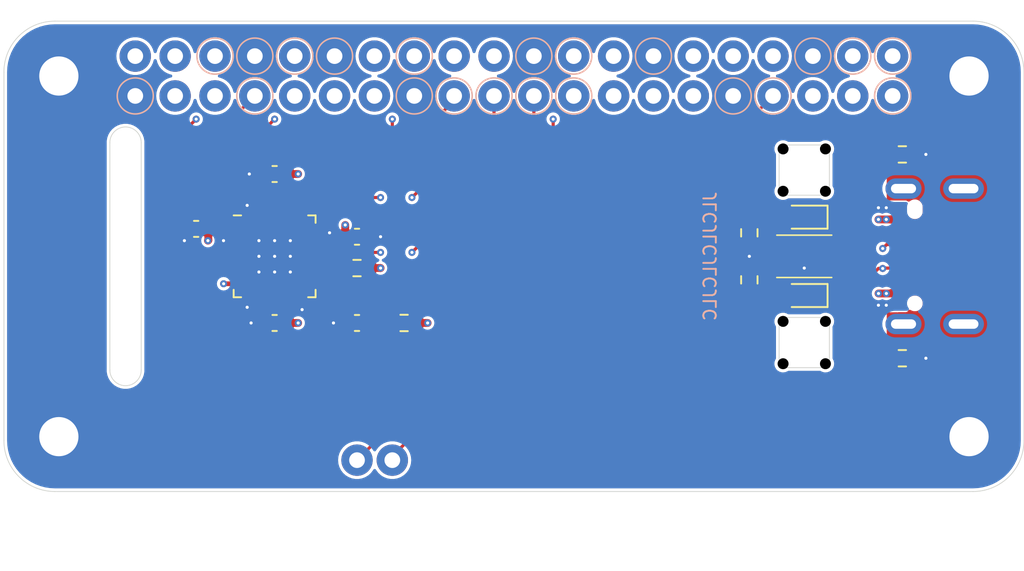
<source format=kicad_pcb>
(kicad_pcb (version 20240108) (generator "pcbnew") (generator_version "8.0")
  (title_block (date "2023-12-25") (rev "2"))
  (layers (0 "F.Cu" signal "Front") (1 "In1.Cu" power) (2 "In2.Cu" power) (31 "B.Cu" signal "Back") (35 "F.Paste" user) (36 "B.SilkS" user "B.Silkscreen") (37 "F.SilkS" user "F.Silkscreen") (38 "B.Mask" user) (39 "F.Mask" user) (44 "Edge.Cuts" user))
  (property "Order-Number" "JLCJLCJLCJLC")
  (net 0 "")
  (net 1 "GND")
  (net 2 "/USB+")
  (net 3 "/USB-")
  (net 4 "+5V")
  (net 5 "/USB-CC1")
  (net 7 "/USB-CC2")
  (net 9 "Earth")
  (net 10 "Net-(D101-K)")
  (net 11 "/LED1")
  (net 12 "Net-(D102-K)")
  (net 13 "/Button")
  (net 14 "+3.3V")
  (net 15 "/Reset")
  (net 16 "/IRQ")
  (net 17 "/MOSI")
  (net 18 "/MISO")
  (net 19 "/SCLK")
  (net 20 "/CS")
  (net 51 "/LED2")
  (footprint "Resistor_SMD:R_0603_1608Metric" (layer "F.Cu") (at 142.5 104.25)
    (property "Reference" "R105" (hide yes))
    (property "Value" "5K1" (hide yes))
    (fp_line (start -0.237258 -0.5225) (end 0.237258 -0.5225) (stroke (width 0.12)) (layer "F.SilkS"))
    (fp_line (start -0.237258 0.5225) (end 0.237258 0.5225) (stroke (width 0.12)) (layer "F.SilkS"))
    (pad "1" smd roundrect (at -0.825 0) (size 0.8 0.95) (layers "F.Cu" "F.Paste" "F.Mask") (net 15 "/Reset"))
    (pad "2" smd roundrect (at 0.825 0) (size 0.8 0.95) (layers "F.Cu" "F.Paste" "F.Mask") (net 14 "+3.3V"))
  )
  (footprint "Capacitor_SMD:C_0603_1608Metric" (layer "F.Cu") (at 134.25 94.75 180)
    (property "Reference" "C104" (hide yes))
    (property "Value" "10u" (hide yes))
    (fp_line (start -0.14058 0.51) (end 0.14058 0.51) (stroke (width 0.12)) (layer "F.SilkS"))
    (fp_line (start -0.14058 -0.51) (end 0.14058 -0.51) (stroke (width 0.12)) (layer "F.SilkS"))
    (pad "1" smd roundrect (at -0.775 0 180) (size 0.9 0.95) (layers "F.Cu" "F.Paste" "F.Mask") (net 14 "+3.3V"))
    (pad "2" smd roundrect (at 0.775 0 180) (size 0.9 0.95) (layers "F.Cu" "F.Paste" "F.Mask") (net 1 "GND"))
  )
  (footprint "V2_RaspberryPi:Zero" (layer "F.Cu") (at 117 115)
    (property "Reference" "H105" (hide yes))
    (property "Value" "Zero" (hide yes))
    (fp_line (start 0 -26.75) (end 0 -3.25) (stroke (width 0.05)) (layer "Edge.Cuts"))
    (fp_line (start 3.25 -30) (end 61.75 -30) (stroke (width 0.05)) (layer "Edge.Cuts"))
    (fp_line (start 3.25 0) (end 61.75 0) (stroke (width 0.05)) (layer "Edge.Cuts"))
    (fp_line (start 65 -26.75) (end 65 -3.25) (stroke (width 0.05)) (layer "Edge.Cuts"))
    (fp_arc (start 0 -26.75) (mid 0.951903 -29.048097) (end 3.25 -30) (stroke (width 0.05)) (layer "Edge.Cuts"))
    (fp_arc (start 3.25 0) (mid 0.951903 -0.951903) (end 0 -3.25) (stroke (width 0.05)) (layer "Edge.Cuts"))
    (fp_arc (start 61.75 -30) (mid 64.048097 -29.048097) (end 65 -26.75) (stroke (width 0.05)) (layer "Edge.Cuts"))
    (fp_arc (start 65 -3.25) (mid 64.048097 -0.951903) (end 61.75 0) (stroke (width 0.05)) (layer "Edge.Cuts"))
  )
  (footprint "V2_Connector_PogoPin:Pin_2mm" (layer "F.Cu") (at 141.75 113)
    (property "Reference" "J103" (hide yes))
    (property "Value" "Pin_2mm" (hide yes))
    (pad "1" thru_hole circle (at 0 0 90) (size 2 2) (drill 1) (layers "*.Cu" "*.Mask") (net 3 "/USB-"))
  )
  (footprint "Capacitor_SMD:C_0603_1608Metric" (layer "F.Cu") (at 129.25 98.25 180)
    (property "Reference" "C102" (hide yes))
    (property "Value" "0u1" (hide yes))
    (fp_line (start -0.14058 0.51) (end 0.14058 0.51) (stroke (width 0.12)) (layer "F.SilkS"))
    (fp_line (start -0.14058 -0.51) (end 0.14058 -0.51) (stroke (width 0.12)) (layer "F.SilkS"))
    (pad "1" smd roundrect (at -0.775 0 180) (size 0.9 0.95) (layers "F.Cu" "F.Paste" "F.Mask") (net 14 "+3.3V"))
    (pad "2" smd roundrect (at 0.775 0 180) (size 0.9 0.95) (layers "F.Cu" "F.Paste" "F.Mask") (net 1 "GND"))
  )
  (footprint "V2_Mechanical:MountingHole_2.5mm_PadTop_5mm" (layer "F.Cu") (at 120.5 88.5 180)
    (property "Reference" "H101" (hide yes))
    (property "Value" "MountingHole_2.5mm_PadTop_5mm" (hide yes))
    (pad "1" thru_hole custom (at 0 0 180) (size 2.8 2.8) (drill 2.5) (layers "*.Cu" "*.Mask") (net 1 "GND") (options (clearance outline) (anchor circle)) (primitives (gr_bbox (start -0.75 -0.75) (end 0.75 0.75) (fill no))))
    (pad "1" smd custom (at 0 0 180) (size 5 5) (layers "F.Cu" "F.Mask") (net 1 "GND") (options (clearance outline) (anchor circle)) (primitives (gr_bbox (start -0.75 -0.75) (end 0.75 0.75) (fill no))))
  )
  (footprint "Capacitor_SMD:C_0603_1608Metric" (layer "F.Cu") (at 139.5 104.25 180)
    (property "Reference" "C103" (hide yes))
    (property "Value" "0u1" (hide yes))
    (fp_line (start -0.14058 0.51) (end 0.14058 0.51) (stroke (width 0.12)) (layer "F.SilkS"))
    (fp_line (start -0.14058 -0.51) (end 0.14058 -0.51) (stroke (width 0.12)) (layer "F.SilkS"))
    (pad "1" smd roundrect (at -0.775 0 180) (size 0.9 0.95) (layers "F.Cu" "F.Paste" "F.Mask") (net 15 "/Reset"))
    (pad "2" smd roundrect (at 0.775 0 180) (size 0.9 0.95) (layers "F.Cu" "F.Paste" "F.Mask") (net 1 "GND"))
  )
  (footprint "V2_Artwork:Logo_Small" (layer "F.Cu") (at 120.5 100 90)
    (property "Reference" "ICON101" (hide yes))
    (property "Value" "V2-logo" (hide yes))
    (fp_poly (pts (xy 1.91 1.7195) (xy -2.1005 1.7195) (xy -2.1005 0.0585) (xy -1.773 0.0585) (xy -1.773 1.392) (xy 1.5825 1.392) (xy 1.5825 -1.4555) (xy -2.1005 -1.4555) (xy -2.1005 -1.783) (xy 1.91 -1.783)) (fill solid) (layer "F.Cu"))
    (fp_poly (pts (xy -1.617677 -1.221322) (xy -1.084635 0.601822) (xy -1.059048 0.604213) (xy -0.526231 -1.218162) (xy -0.494416 -1.314387) (xy -0.190339 -1.314387) (xy -0.085353 -1.31286) (xy -0.918222 1.270316) (xy -1.019731 1.273487) (xy -1.223737 1.273487) (xy -2.056569 -1.309583) (xy -1.95594 -1.314387) (xy -1.651908 -1.314387)) (fill solid) (layer "F.Cu"))
    (fp_poly (pts (xy 0.862421 -1.32688) (xy 0.960344 -1.303887) (xy 1.053932 -1.266924) (xy 1.140943 -1.216397) (xy 1.219701 -1.153847) (xy 1.289786 -1.081749) (xy 1.350542 -1.001625) (xy 1.399768 -0.913898) (xy 1.435918 -0.820016) (xy 1.458468 -0.722) (xy 1.467956 -0.621911) (xy 1.465544 -0.521418) (xy 1.450928 -0.421932) (xy 1.422941 -0.325314) (xy 1.381219 -0.233761) (xy 1.32667 -0.149382) (xy 0.531352 0.87181) (xy 0.569453 0.895459) (xy 1.36796 0.895459) (xy 1.468453 0.900054) (xy 1.468453 1.206089) (xy 1.430088 1.273471) (xy 0.0225 1.273487) (xy 0.0225 0.967661) (xy 0.055771 0.877369) (xy 0.979104 -0.30523) (xy 1.038253 -0.385132) (xy 1.080844 -0.473929) (xy 1.098164 -0.570885) (xy 1.091767 -0.669077) (xy 1.059415 -0.761986) (xy 1.005396 -0.844371) (xy 0.93265 -0.91011) (xy 0.842392 -0.947991) (xy 0.744555 -0.957379) (xy 0.647511 -0.941672) (xy 0.558941 -0.899254) (xy 0.485254 -0.834228) (xy 0.432401 -0.751364) (xy 0.402317 -0.656406) (xy 0.361353 -0.584278) (xy 0.055147 -0.584278) (xy 0.02538 -0.657535) (xy 0.039764 -0.758101) (xy 0.066781 -0.854983) (xy 0.107035 -0.947172) (xy 0.159906 -1.032748) (xy 0.223839 -1.110347) (xy 0.296655 -1.179682) (xy 0.377971 -1.238903) (xy 0.467163 -1.285515) (xy 0.562602 -1.317508) (xy 0.661819 -1.334283) (xy 0.76236 -1.336756)) (fill solid) (layer "F.Cu"))
    (zone (net 0) (net_name "") (layer "F.Cu") (connect_pads (clearance 0)) (min_thickness 0.254)
      (keepout (tracks not_allowed) (vias not_allowed) (pads not_allowed) (copperpour not_allowed) (footprints allowed))
      (fill (thermal_gap 0.508) (thermal_bridge_width 0.508))
      (polygon (pts (xy 122.3415 102.2225) (xy 122.3415 97.968) (xy 118.595 97.968) (xy 118.595 102.2225) (xy 119.13475 102.2225) (xy 120.4365 101.79705) (xy 120.4365 102.2225)))
    )
  )
  (footprint "Resistor_SMD:R_0603_1608Metric" (layer "F.Cu") (at 174.25 93.5)
    (property "Reference" "R102" (hide yes))
    (property "Value" "5k1" (hide yes))
    (fp_line (start -0.237258 -0.5225) (end 0.237258 -0.5225) (stroke (width 0.12)) (layer "F.SilkS"))
    (fp_line (start -0.237258 0.5225) (end 0.237258 0.5225) (stroke (width 0.12)) (layer "F.SilkS"))
    (pad "1" smd roundrect (at -0.825 0) (size 0.8 0.95) (layers "F.Cu" "F.Paste" "F.Mask") (net 7 "/USB-CC2"))
    (pad "2" smd roundrect (at 0.825 0) (size 0.8 0.95) (layers "F.Cu" "F.Paste" "F.Mask") (net 1 "GND"))
  )
  (footprint "V2_Package_DFN_QFN:QFN-32-1EP_5x5mm_P0.5mm_EP3.6x3.6mm_ThermalVias" (layer "F.Cu") (at 134.25 100)
    (property "Reference" "U101" (hide yes))
    (property "Value" "TPM_Infineon_SLB9670" (hide yes))
    (fp_line (start -2.61 2.61) (end -2.61 2.135) (stroke (width 0.12)) (layer "F.SilkS"))
    (fp_line (start -2.135 -2.61) (end -2.61 -2.61) (stroke (width 0.12)) (layer "F.SilkS"))
    (fp_line (start -2.135 2.61) (end -2.61 2.61) (stroke (width 0.12)) (layer "F.SilkS"))
    (fp_line (start 2.135 -2.61) (end 2.61 -2.61) (stroke (width 0.12)) (layer "F.SilkS"))
    (fp_line (start 2.135 2.61) (end 2.61 2.61) (stroke (width 0.12)) (layer "F.SilkS"))
    (fp_line (start 2.61 -2.61) (end 2.61 -2.135) (stroke (width 0.12)) (layer "F.SilkS"))
    (fp_line (start 2.61 2.61) (end 2.61 2.135) (stroke (width 0.12)) (layer "F.SilkS"))
    (pad "1" smd roundrect (at -2.45 -1.75) (size 0.8 0.25) (layers "F.Cu" "F.Paste" "F.Mask") (net 14 "+3.3V"))
    (pad "2" smd roundrect (at -2.45 -1.25) (size 0.8 0.25) (layers "F.Cu" "F.Paste" "F.Mask") (net 1 "GND"))
    (pad "3" smd roundrect (at -2.45 -0.75) (size 0.8 0.25) (layers "F.Cu" "F.Paste" "F.Mask"))
    (pad "4" smd roundrect (at -2.45 -0.25) (size 0.8 0.25) (layers "F.Cu" "F.Paste" "F.Mask"))
    (pad "5" smd roundrect (at -2.45 0.25) (size 0.8 0.25) (layers "F.Cu" "F.Paste" "F.Mask"))
    (pad "6" smd roundrect (at -2.45 0.75) (size 0.8 0.25) (layers "F.Cu" "F.Paste" "F.Mask"))
    (pad "7" smd roundrect (at -2.45 1.25) (size 0.8 0.25) (layers "F.Cu" "F.Paste" "F.Mask"))
    (pad "8" smd roundrect (at -2.45 1.75) (size 0.8 0.25) (layers "F.Cu" "F.Paste" "F.Mask") (net 14 "+3.3V"))
    (pad "9" smd roundrect (at -1.75 2.45) (size 0.25 0.8) (layers "F.Cu" "F.Paste" "F.Mask") (net 1 "GND"))
    (pad "10" smd roundrect (at -1.25 2.45) (size 0.25 0.8) (layers "F.Cu" "F.Paste" "F.Mask"))
    (pad "11" smd roundrect (at -0.75 2.45) (size 0.25 0.8) (layers "F.Cu" "F.Paste" "F.Mask"))
    (pad "12" smd roundrect (at -0.25 2.45) (size 0.25 0.8) (layers "F.Cu" "F.Paste" "F.Mask"))
    (pad "13" smd roundrect (at 0.25 2.45) (size 0.25 0.8) (layers "F.Cu" "F.Paste" "F.Mask"))
    (pad "14" smd roundrect (at 0.75 2.45) (size 0.25 0.8) (layers "F.Cu" "F.Paste" "F.Mask") (net 14 "+3.3V"))
    (pad "15" smd roundrect (at 1.25 2.45) (size 0.25 0.8) (layers "F.Cu" "F.Paste" "F.Mask"))
    (pad "16" smd roundrect (at 1.75 2.45) (size 0.25 0.8) (layers "F.Cu" "F.Paste" "F.Mask") (net 1 "GND"))
    (pad "17" smd roundrect (at 2.45 1.75) (size 0.8 0.25) (layers "F.Cu" "F.Paste" "F.Mask") (net 15 "/Reset"))
    (pad "18" smd roundrect (at 2.45 1.25) (size 0.8 0.25) (layers "F.Cu" "F.Paste" "F.Mask") (net 16 "/IRQ"))
    (pad "19" smd roundrect (at 2.45 0.75) (size 0.8 0.25) (layers "F.Cu" "F.Paste" "F.Mask") (net 19 "/SCLK"))
    (pad "20" smd roundrect (at 2.45 0.25) (size 0.8 0.25) (layers "F.Cu" "F.Paste" "F.Mask") (net 20 "/CS"))
    (pad "21" smd roundrect (at 2.45 -0.25) (size 0.8 0.25) (layers "F.Cu" "F.Paste" "F.Mask") (net 17 "/MOSI"))
    (pad "22" smd roundrect (at 2.45 -0.75) (size 0.8 0.25) (layers "F.Cu" "F.Paste" "F.Mask") (net 14 "+3.3V"))
    (pad "23" smd roundrect (at 2.45 -1.25) (size 0.8 0.25) (layers "F.Cu" "F.Paste" "F.Mask") (net 1 "GND"))
    (pad "24" smd roundrect (at 2.45 -1.75) (size 0.8 0.25) (layers "F.Cu" "F.Paste" "F.Mask") (net 18 "/MISO"))
    (pad "25" smd roundrect (at 1.75 -2.45) (size 0.25 0.8) (layers "F.Cu" "F.Paste" "F.Mask"))
    (pad "26" smd roundrect (at 1.25 -2.45) (size 0.25 0.8) (layers "F.Cu" "F.Paste" "F.Mask"))
    (pad "27" smd roundrect (at 0.75 -2.45) (size 0.25 0.8) (layers "F.Cu" "F.Paste" "F.Mask"))
    (pad "28" smd roundrect (at 0.25 -2.45) (size 0.25 0.8) (layers "F.Cu" "F.Paste" "F.Mask"))
    (pad "29" smd roundrect (at -0.25 -2.45) (size 0.25 0.8) (layers "F.Cu" "F.Paste" "F.Mask"))
    (pad "30" smd roundrect (at -0.75 -2.45) (size 0.25 0.8) (layers "F.Cu" "F.Paste" "F.Mask"))
    (pad "31" smd roundrect (at -1.25 -2.45) (size 0.25 0.8) (layers "F.Cu" "F.Paste" "F.Mask"))
    (pad "32" smd roundrect (at -1.75 -2.45) (size 0.25 0.8) (layers "F.Cu" "F.Paste" "F.Mask") (net 1 "GND"))
    (pad "33" thru_hole circle (at -1 -1) (size 0.45 0.45) (drill 0.2) (property pad_prop_heatsink) (layers "*.Cu") (net 1 "GND"))
    (pad "33" thru_hole circle (at -1 0) (size 0.45 0.45) (drill 0.2) (property pad_prop_heatsink) (layers "*.Cu") (net 1 "GND"))
    (pad "33" thru_hole circle (at -1 1) (size 0.45 0.45) (drill 0.2) (property pad_prop_heatsink) (layers "*.Cu") (net 1 "GND"))
    (pad "33" thru_hole circle (at 0 -1) (size 0.45 0.45) (drill 0.2) (property pad_prop_heatsink) (layers "*.Cu") (net 1 "GND"))
    (pad "33" thru_hole circle (at 0 0) (size 0.45 0.45) (drill 0.2) (property pad_prop_heatsink) (layers "*.Cu") (net 1 "GND"))
    (pad "33" smd custom (at 0 0) (size 3.6 3.6) (layers "F.Cu" "F.Mask") (net 1 "GND") (options (clearance outline) (anchor rect)) (primitives (gr_bbox (start -0.75 -0.75) (end 0.75 0.75) (fill yes))))
    (pad "33" thru_hole circle (at 0 1) (size 0.45 0.45) (drill 0.2) (property pad_prop_heatsink) (layers "*.Cu") (net 1 "GND"))
    (pad "33" thru_hole circle (at 1 -1) (size 0.45 0.45) (drill 0.2) (property pad_prop_heatsink) (layers "*.Cu") (net 1 "GND"))
    (pad "33" thru_hole circle (at 1 0) (size 0.45 0.45) (drill 0.2) (property pad_prop_heatsink) (layers "*.Cu") (net 1 "GND"))
    (pad "33" thru_hole circle (at 1 1) (size 0.45 0.45) (drill 0.2) (property pad_prop_heatsink) (layers "*.Cu") (net 1 "GND"))
  )
  (footprint "Capacitor_SMD:C_0603_1608Metric" (layer "F.Cu") (at 139.5 98.75)
    (property "Reference" "C101" (hide yes))
    (property "Value" "0u1" (hide yes))
    (fp_line (start -0.14058 -0.51) (end 0.14058 -0.51) (stroke (width 0.12)) (layer "F.SilkS"))
    (fp_line (start -0.14058 0.51) (end 0.14058 0.51) (stroke (width 0.12)) (layer "F.SilkS"))
    (pad "1" smd roundrect (at -0.775 0) (size 0.9 0.95) (layers "F.Cu" "F.Paste" "F.Mask") (net 14 "+3.3V"))
    (pad "2" smd roundrect (at 0.775 0) (size 0.9 0.95) (layers "F.Cu" "F.Paste" "F.Mask") (net 1 "GND"))
  )
  (footprint "Resistor_SMD:R_0603_1608Metric" (layer "F.Cu") (at 164.5 101.5 90)
    (property "Reference" "R103" (hide yes))
    (property "Value" "330R" (hide yes))
    (fp_line (start -0.237258 -0.5225) (end 0.237258 -0.5225) (stroke (width 0.12)) (layer "F.SilkS"))
    (fp_line (start -0.237258 0.5225) (end 0.237258 0.5225) (stroke (width 0.12)) (layer "F.SilkS"))
    (pad "1" smd roundrect (at -0.825 0 90) (size 0.8 0.95) (layers "F.Cu" "F.Paste" "F.Mask") (net 10 "Net-(D101-K)"))
    (pad "2" smd roundrect (at 0.825 0 90) (size 0.8 0.95) (layers "F.Cu" "F.Paste" "F.Mask") (net 1 "GND"))
  )
  (footprint "V2_Mechanical:MountingHole_2.5mm_PadTop_5mm" (layer "F.Cu") (at 178.5 88.5 180)
    (property "Reference" "H104" (hide yes))
    (property "Value" "MountingHole_2.5mm_PadTop_5mm" (hide yes))
    (pad "1" thru_hole custom (at 0 0 180) (size 2.8 2.8) (drill 2.5) (layers "*.Cu" "*.Mask") (net 1 "GND") (options (clearance outline) (anchor circle)) (primitives (gr_bbox (start -0.75 -0.75) (end 0.75 0.75) (fill no))))
    (pad "1" smd custom (at 0 0 180) (size 5 5) (layers "F.Cu" "F.Mask") (net 1 "GND") (options (clearance outline) (anchor circle)) (primitives (gr_bbox (start -0.75 -0.75) (end 0.75 0.75) (fill no))))
  )
  (footprint "V2_Fiducial:Fiducial_0.5mm_Mask1mm_Paste" (layer "F.Cu") (at 120.5 107.75)
    (property "Reference" "FID101" (hide yes))
    (property "Value" "Fiducial" (hide yes))
    (pad "" smd circle (at 0 0) (size 0.5 0.5) (property pad_prop_fiducial_glob) (layers "F.Cu" "F.Paste" "F.Mask") (clearance 0.25))
  )
  (footprint "Resistor_SMD:R_0603_1608Metric" (layer "F.Cu") (at 139.5 100.75)
    (property "Reference" "R106" (hide yes))
    (property "Value" "10k" (hide yes))
    (fp_line (start -0.237258 -0.5225) (end 0.237258 -0.5225) (stroke (width 0.12)) (layer "F.SilkS"))
    (fp_line (start -0.237258 0.5225) (end 0.237258 0.5225) (stroke (width 0.12)) (layer "F.SilkS"))
    (pad "1" smd roundrect (at -0.825 0) (size 0.8 0.95) (layers "F.Cu" "F.Paste" "F.Mask") (net 20 "/CS"))
    (pad "2" smd roundrect (at 0.825 0) (size 0.8 0.95) (layers "F.Cu" "F.Paste" "F.Mask") (net 14 "+3.3V"))
  )
  (footprint "LED_SMD:LED_0603_1608Metric" (layer "F.Cu") (at 168 97.5 180)
    (property "Reference" "D102" (hide yes))
    (property "Value" "Orange" (hide yes))
    (fp_line (start 0.8 -0.735) (end -1.485 -0.735) (stroke (width 0.12)) (layer "F.SilkS"))
    (fp_line (start -1.485 0.735) (end 0.8 0.735) (stroke (width 0.12)) (layer "F.SilkS"))
    (fp_line (start -1.485 -0.735) (end -1.485 0.735) (stroke (width 0.12)) (layer "F.SilkS"))
    (pad "1" smd roundrect (at -0.7875 0 180) (size 0.875 0.95) (layers "F.Cu" "F.Paste" "F.Mask") (net 12 "Net-(D102-K)"))
    (pad "2" smd roundrect (at 0.7875 0 180) (size 0.875 0.95) (layers "F.Cu" "F.Paste" "F.Mask") (net 51 "/LED2"))
  )
  (footprint "Resistor_SMD:R_0603_1608Metric" (layer "F.Cu") (at 174.25 106.5)
    (property "Reference" "R101" (hide yes))
    (property "Value" "5k1" (hide yes))
    (fp_line (start -0.237258 -0.5225) (end 0.237258 -0.5225) (stroke (width 0.12)) (layer "F.SilkS"))
    (fp_line (start -0.237258 0.5225) (end 0.237258 0.5225) (stroke (width 0.12)) (layer "F.SilkS"))
    (pad "1" smd roundrect (at -0.825 0) (size 0.8 0.95) (layers "F.Cu" "F.Paste" "F.Mask") (net 5 "/USB-CC1"))
    (pad "2" smd roundrect (at 0.825 0) (size 0.8 0.95) (layers "F.Cu" "F.Paste" "F.Mask") (net 1 "GND"))
  )
  (footprint "V2_PCB_Devices:PCB_Button-bottom" (layer "F.Cu") (at 168 100 180)
    (property "Reference" "SWB101" (hide yes))
    (property "Value" "Button-bottom" (hide yes))
    (fp_line (start 1.6 7.1) (end 1.6 3.9) (stroke (width 0.05)) (layer "Edge.Cuts"))
    (fp_line (start 1.6 3.9) (end -1.6 3.9) (stroke (width 0.05)) (layer "Edge.Cuts"))
    (fp_line (start 1.6 -3.9) (end 1.6 -7.1) (stroke (width 0.05)) (layer "Edge.Cuts"))
    (fp_line (start 1.6 -7.1) (end -1.6 -7.1) (stroke (width 0.05)) (layer "Edge.Cuts"))
    (fp_line (start -1.6 7.1) (end 1.6 7.1) (stroke (width 0.05)) (layer "Edge.Cuts"))
    (fp_line (start -1.6 3.9) (end -1.6 7.1) (stroke (width 0.05)) (layer "Edge.Cuts"))
    (fp_line (start -1.6 -3.9) (end 1.6 -3.9) (stroke (width 0.05)) (layer "Edge.Cuts"))
    (fp_line (start -1.6 -7.1) (end -1.6 -3.9) (stroke (width 0.05)) (layer "Edge.Cuts"))
    (pad "" np_thru_hole circle (at -1.35 -6.85 180) (size 0.7 0.7) (drill 0.7) (layers "*.Mask"))
    (pad "" np_thru_hole circle (at -1.35 -4.15 180) (size 0.7 0.7) (drill 0.7) (layers "*.Mask"))
    (pad "" np_thru_hole circle (at -1.35 4.15 180) (size 0.7 0.7) (drill 0.7) (layers "*.Mask"))
    (pad "" np_thru_hole circle (at -1.35 6.85 180) (size 0.7 0.7) (drill 0.7) (layers "*.Mask"))
    (pad "" np_thru_hole circle (at 1.35 -6.85 180) (size 0.7 0.7) (drill 0.7) (layers "*.Mask"))
    (pad "" np_thru_hole circle (at 1.35 -4.15 180) (size 0.7 0.7) (drill 0.7) (layers "*.Mask"))
    (pad "" np_thru_hole circle (at 1.35 4.15 180) (size 0.7 0.7) (drill 0.7) (layers "*.Mask"))
    (pad "" np_thru_hole circle (at 1.35 6.85 180) (size 0.7 0.7) (drill 0.7) (layers "*.Mask"))
  )
  (footprint "V2_Connector_PogoPin:Pin_2mm" (layer "F.Cu") (at 139.5 113)
    (property "Reference" "J102" (hide yes))
    (property "Value" "Pin_2mm" (hide yes))
    (pad "1" thru_hole circle (at 0 0 90) (size 2 2) (drill 1) (layers "*.Cu" "*.Mask") (net 2 "/USB+"))
  )
  (footprint "LED_SMD:LED_0603_1608Metric" (layer "F.Cu") (at 168 102.5 180)
    (property "Reference" "D101" (hide yes))
    (property "Value" "Orange" (hide yes))
    (fp_line (start 0.8 -0.735) (end -1.485 -0.735) (stroke (width 0.12)) (layer "F.SilkS"))
    (fp_line (start -1.485 0.735) (end 0.8 0.735) (stroke (width 0.12)) (layer "F.SilkS"))
    (fp_line (start -1.485 -0.735) (end -1.485 0.735) (stroke (width 0.12)) (layer "F.SilkS"))
    (pad "1" smd roundrect (at -0.7875 0 180) (size 0.875 0.95) (layers "F.Cu" "F.Paste" "F.Mask") (net 10 "Net-(D101-K)"))
    (pad "2" smd roundrect (at 0.7875 0 180) (size 0.875 0.95) (layers "F.Cu" "F.Paste" "F.Mask") (net 11 "/LED1"))
  )
  (footprint "V2_Fiducial:Fiducial_0.5mm_Mask1mm_Paste" (layer "F.Cu") (at 178.5 107.75)
    (property "Reference" "FID102" (hide yes))
    (property "Value" "Fiducial" (hide yes))
    (pad "" smd circle (at 0 0) (size 0.5 0.5) (property pad_prop_fiducial_glob) (layers "F.Cu" "F.Paste" "F.Mask") (clearance 0.25))
  )
  (footprint "V2_Connector_USB:JAE_DX07S016JA3" (layer "F.Cu") (at 177 100 90)
    (property "Reference" "J101" (hide yes))
    (property "Value" "JAE_DX07S016JA3" (hide yes))
    (pad "" np_thru_hole circle (at -3 -1.95 90) (size 0.6 0.6) (drill 0.6) (layers "F&B.Cu" "*.Mask"))
    (pad "" np_thru_hole oval (at 3 -1.95 90) (size 0.85 0.6) (drill oval 0.85 0.6) (layers "F&B.Cu" "*.Mask"))
    (pad "A5" smd rect (at -1.75 -3.05 90) (size 0.27 1) (layers "F.Cu" "F.Paste" "F.Mask") (net 5 "/USB-CC1"))
    (pad "A6" smd rect (at -0.25 -3.05 90) (size 0.27 1) (layers "F.Cu" "F.Paste" "F.Mask") (net 2 "/USB+"))
    (pad "A7" smd rect (at 0.75 -3.05 90) (size 0.27 1) (layers "F.Cu" "F.Paste" "F.Mask") (net 3 "/USB-"))
    (pad "A8" smd rect (at 1.75 -3.05 90) (size 0.27 1) (layers "F.Cu" "F.Paste" "F.Mask"))
    (pad "B5" smd rect (at 1.25 -3.05 90) (size 0.27 1) (layers "F.Cu" "F.Paste" "F.Mask") (net 7 "/USB-CC2"))
    (pad "B6" smd rect (at 0.25 -3.05 90) (size 0.27 1) (layers "F.Cu" "F.Paste" "F.Mask") (net 2 "/USB+"))
    (pad "B7" smd rect (at -0.75 -3.05 90) (size 0.27 1) (layers "F.Cu" "F.Paste" "F.Mask") (net 3 "/USB-"))
    (pad "B8" smd rect (at -1.25 -3.05 90) (size 0.27 1) (layers "F.Cu" "F.Paste" "F.Mask"))
    (pad "G" smd rect (at -3.1 -3.05 90) (size 0.52 1) (layers "F.Cu" "F.Paste" "F.Mask") (net 1 "GND"))
    (pad "G" smd rect (at 3.1 -3.05 90) (size 0.52 1) (layers "F.Cu" "F.Paste" "F.Mask") (net 1 "GND"))
    (pad "S" thru_hole oval (at -4.32 -2.675 90) (size 1.3 2.3) (drill oval 0.6 1.6) (layers "*.Cu" "F.Paste") (net 9 "Earth"))
    (pad "S" thru_hole oval (at -4.32 1.15 90) (size 1.3 2.6) (drill oval 0.6 1.9) (layers "*.Cu" "F.Paste") (net 9 "Earth"))
    (pad "S" smd rect (at -1.4 1.15 90) (size 1 2) (layers "F.Cu" "F.Paste" "F.Mask") (net 9 "Earth"))
    (pad "S" smd rect (at 1.4 1.15 90) (size 1 2) (layers "F.Cu" "F.Paste" "F.Mask") (net 9 "Earth"))
    (pad "S" thru_hole oval (at 4.32 -2.675 90) (size 1.3 2.3) (drill oval 0.6 1.6) (layers "*.Cu" "F.Paste") (net 9 "Earth"))
    (pad "S" thru_hole oval (at 4.32 1.15 90) (size 1.3 2.6) (drill oval 0.6 1.9) (layers "*.Cu" "F.Paste") (net 9 "Earth"))
    (pad "V" smd rect (at -2.35 -3.05 90) (size 0.52 1) (layers "F.Cu" "F.Paste" "F.Mask") (net 4 "+5V"))
    (pad "V" smd rect (at 2.35 -3.05 90) (size 0.52 1) (layers "F.Cu" "F.Paste" "F.Mask") (net 4 "+5V"))
  )
  (footprint "Resistor_SMD:R_0603_1608Metric" (layer "F.Cu") (at 164.5 98.5 -90)
    (property "Reference" "R104" (hide yes))
    (property "Value" "330R" (hide yes))
    (fp_line (start -0.237258 0.5225) (end 0.237258 0.5225) (stroke (width 0.12)) (layer "F.SilkS"))
    (fp_line (start -0.237258 -0.5225) (end 0.237258 -0.5225) (stroke (width 0.12)) (layer "F.SilkS"))
    (pad "1" smd roundrect (at -0.825 0 270) (size 0.8 0.95) (layers "F.Cu" "F.Paste" "F.Mask") (net 12 "Net-(D102-K)"))
    (pad "2" smd roundrect (at 0.825 0 270) (size 0.8 0.95) (layers "F.Cu" "F.Paste" "F.Mask") (net 1 "GND"))
  )
  (footprint "Capacitor_SMD:C_0603_1608Metric" (layer "F.Cu") (at 134.25 104.25 180)
    (property "Reference" "C105" (hide yes))
    (property "Value" "0u1" (hide yes))
    (fp_line (start -0.14058 0.51) (end 0.14058 0.51) (stroke (width 0.12)) (layer "F.SilkS"))
    (fp_line (start -0.14058 -0.51) (end 0.14058 -0.51) (stroke (width 0.12)) (layer "F.SilkS"))
    (pad "1" smd roundrect (at -0.775 0 180) (size 0.9 0.95) (layers "F.Cu" "F.Paste" "F.Mask") (net 14 "+3.3V"))
    (pad "2" smd roundrect (at 0.775 0 180) (size 0.9 0.95) (layers "F.Cu" "F.Paste" "F.Mask") (net 1 "GND"))
  )
  (footprint "V2_Button_Switch_SMD:SKSG" (layer "F.Cu") (at 168 100 180)
    (property "Reference" "SW101" (hide yes))
    (property "Value" "SW_Push" (hide yes))
    (fp_line (start -1.75 1.35) (end 1.75 1.35) (stroke (width 0.1)) (layer "F.SilkS"))
    (fp_line (start -1.75 -1.35) (end 1.75 -1.35) (stroke (width 0.1)) (layer "F.SilkS"))
    (pad "1" smd rect (at -1.5625 -0.8375 180) (size 0.625 0.575) (layers "F.Cu" "F.Paste" "F.Mask") (net 1 "GND"))
    (pad "1" smd rect (at 1.5625 -0.8375 180) (size 0.625 0.575) (layers "F.Cu" "F.Paste" "F.Mask") (net 1 "GND"))
    (pad "2" smd rect (at -1.5625 0.8375 180) (size 0.625 0.575) (layers "F.Cu" "F.Paste" "F.Mask") (net 13 "/Button"))
    (pad "2" smd rect (at 1.5625 0.8375 180) (size 0.625 0.575) (layers "F.Cu" "F.Paste" "F.Mask") (net 13 "/Button"))
  )
  (footprint "V2_Mechanical:MountingHole_2.5mm_PadTop_5mm" (layer "F.Cu") (at 120.5 111.5 180)
    (property "Reference" "H102" (hide yes))
    (property "Value" "MountingHole_2.5mm_PadTop_5mm" (hide yes))
    (pad "1" thru_hole custom (at 0 0 180) (size 2.8 2.8) (drill 2.5) (layers "*.Cu" "*.Mask") (net 1 "GND") (options (clearance outline) (anchor circle)) (primitives (gr_bbox (start -0.75 -0.75) (end 0.75 0.75) (fill no))))
    (pad "1" smd custom (at 0 0 180) (size 5 5) (layers "F.Cu" "F.Mask") (net 1 "GND") (options (clearance outline) (anchor circle)) (primitives (gr_bbox (start -0.75 -0.75) (end 0.75 0.75) (fill no))))
  )
  (footprint "V2_Fiducial:Fiducial_0.5mm_Mask1mm_Paste" (layer "F.Cu") (at 120.5 92.25)
    (property "Reference" "FID103" (hide yes))
    (property "Value" "Fiducial" (hide yes))
    (pad "" smd circle (at 0 0) (size 0.5 0.5) (property pad_prop_fiducial_glob) (layers "F.Cu" "F.Paste" "F.Mask") (clearance 0.25))
  )
  (footprint "V2_Mechanical:MountingHole_2.5mm_PadTop_5mm" (layer "F.Cu") (at 178.5 111.5 180)
    (property "Reference" "H103" (hide yes))
    (property "Value" "MountingHole_2.5mm_PadTop_5mm" (hide yes))
    (pad "1" thru_hole custom (at 0 0 180) (size 2.8 2.8) (drill 2.5) (layers "*.Cu" "*.Mask") (net 1 "GND") (options (clearance outline) (anchor circle)) (primitives (gr_bbox (start -0.75 -0.75) (end 0.75 0.75) (fill no))))
    (pad "1" smd custom (at 0 0 180) (size 5 5) (layers "F.Cu" "F.Mask") (net 1 "GND") (options (clearance outline) (anchor circle)) (primitives (gr_bbox (start -0.75 -0.75) (end 0.75 0.75) (fill no))))
  )
  (footprint "V2_RaspberryPi:Connector_PogoPins" (layer "B.Cu") (at 149.5 88.5 180)
    (property "Reference" "J104" (hide yes))
    (property "Value" "Raspberry Pi" (hide yes))
    (pad "1" thru_hole circle (at -24.13 -1.27 90) (size 2 2) (drill 1) (layers "*.Cu" "*.Mask") (net 14 "+3.3V"))
    (pad "2" thru_hole circle (at -24.13 1.27 90) (size 2 2) (drill 1) (layers "*.Cu" "*.Mask") (net 4 "+5V"))
    (pad "3" thru_hole circle (at -21.59 -1.27 90) (size 2 2) (drill 1) (layers "*.Cu" "*.Mask"))
    (pad "4" thru_hole circle (at -21.59 1.27 90) (size 2 2) (drill 1) (layers "*.Cu" "*.Mask") (net 4 "+5V"))
    (pad "5" thru_hole circle (at -19.05 -1.27 90) (size 2 2) (drill 1) (layers "*.Cu" "*.Mask"))
    (pad "6" thru_hole circle (at -19.05 1.27 90) (size 2 2) (drill 1) (layers "*.Cu" "*.Mask") (net 1 "GND"))
    (pad "7" thru_hole circle (at -16.51 -1.27 90) (size 2 2) (drill 1) (layers "*.Cu" "*.Mask") (net 15 "/Reset"))
    (pad "8" thru_hole circle (at -16.51 1.27 90) (size 2 2) (drill 1) (layers "*.Cu" "*.Mask"))
    (pad "9" thru_hole circle (at -13.97 -1.27 90) (size 2 2) (drill 1) (layers "*.Cu" "*.Mask") (net 1 "GND"))
    (pad "10" thru_hole circle (at -13.97 1.27 90) (size 2 2) (drill 1) (layers "*.Cu" "*.Mask"))
    (pad "11" thru_hole circle (at -11.43 -1.27 90) (size 2 2) (drill 1) (layers "*.Cu" "*.Mask"))
    (pad "12" thru_hole circle (at -11.43 1.27 90) (size 2 2) (drill 1) (layers "*.Cu" "*.Mask"))
    (pad "13" thru_hole circle (at -8.89 -1.27 90) (size 2 2) (drill 1) (layers "*.Cu" "*.Mask"))
    (pad "14" thru_hole circle (at -8.89 1.27 90) (size 2 2) (drill 1) (layers "*.Cu" "*.Mask") (net 1 "GND"))
    (pad "15" thru_hole circle (at -6.35 -1.27 90) (size 2 2) (drill 1) (layers "*.Cu" "*.Mask"))
    (pad "16" thru_hole circle (at -6.35 1.27 90) (size 2 2) (drill 1) (layers "*.Cu" "*.Mask"))
    (pad "17" thru_hole circle (at -3.81 -1.27 90) (size 2 2) (drill 1) (layers "*.Cu" "*.Mask") (net 14 "+3.3V"))
    (pad "18" thru_hole circle (at -3.81 1.27 90) (size 2 2) (drill 1) (layers "*.Cu" "*.Mask") (net 16 "/IRQ"))
    (pad "19" thru_hole circle (at -1.27 -1.27 90) (size 2 2) (drill 1) (layers "*.Cu" "*.Mask") (net 17 "/MOSI"))
    (pad "20" thru_hole circle (at -1.27 1.27 90) (size 2 2) (drill 1) (layers "*.Cu" "*.Mask") (net 1 "GND"))
    (pad "21" thru_hole circle (at 1.27 -1.27 90) (size 2 2) (drill 1) (layers "*.Cu" "*.Mask") (net 18 "/MISO"))
    (pad "22" thru_hole circle (at 1.27 1.27 90) (size 2 2) (drill 1) (layers "*.Cu" "*.Mask"))
    (pad "23" thru_hole circle (at 3.81 -1.27 90) (size 2 2) (drill 1) (layers "*.Cu" "*.Mask") (net 19 "/SCLK"))
    (pad "24" thru_hole circle (at 3.81 1.27 90) (size 2 2) (drill 1) (layers "*.Cu" "*.Mask"))
    (pad "25" thru_hole circle (at 6.35 -1.27 90) (size 2 2) (drill 1) (layers "*.Cu" "*.Mask") (net 1 "GND"))
    (pad "26" thru_hole circle (at 6.35 1.27 90) (size 2 2) (drill 1) (layers "*.Cu" "*.Mask") (net 20 "/CS"))
    (pad "27" thru_hole circle (at 8.89 -1.27 90) (size 2 2) (drill 1) (layers "*.Cu" "*.Mask"))
    (pad "28" thru_hole circle (at 8.89 1.27 90) (size 2 2) (drill 1) (layers "*.Cu" "*.Mask"))
    (pad "29" thru_hole circle (at 11.43 -1.27 90) (size 2 2) (drill 1) (layers "*.Cu" "*.Mask"))
    (pad "30" thru_hole circle (at 11.43 1.27 90) (size 2 2) (drill 1) (layers "*.Cu" "*.Mask") (net 1 "GND"))
    (pad "31" thru_hole circle (at 13.97 -1.27 90) (size 2 2) (drill 1) (layers "*.Cu" "*.Mask"))
    (pad "32" thru_hole circle (at 13.97 1.27 90) (size 2 2) (drill 1) (layers "*.Cu" "*.Mask") (net 51 "/LED2"))
    (pad "33" thru_hole circle (at 16.51 -1.27 90) (size 2 2) (drill 1) (layers "*.Cu" "*.Mask") (net 11 "/LED1"))
    (pad "34" thru_hole circle (at 16.51 1.27 90) (size 2 2) (drill 1) (layers "*.Cu" "*.Mask") (net 1 "GND"))
    (pad "35" thru_hole circle (at 19.05 -1.27 90) (size 2 2) (drill 1) (layers "*.Cu" "*.Mask"))
    (pad "36" thru_hole circle (at 19.05 1.27 90) (size 2 2) (drill 1) (layers "*.Cu" "*.Mask") (net 13 "/Button"))
    (pad "37" thru_hole circle (at 21.59 -1.27 90) (size 2 2) (drill 1) (layers "*.Cu" "*.Mask"))
    (pad "38" thru_hole circle (at 21.59 1.27 90) (size 2 2) (drill 1) (layers "*.Cu" "*.Mask"))
    (pad "39" thru_hole circle (at 24.13 -1.27 90) (size 2 2) (drill 1) (layers "*.Cu" "*.Mask") (net 1 "GND"))
    (pad "40" thru_hole circle (at 24.13 1.27 90) (size 2 2) (drill 1) (layers "*.Cu" "*.Mask"))
  )
  (footprint "V2_Production:Order_Number" (layer "B.Cu") (at 162 100 -90)
    (property "Reference" "INFO101" (hide yes))
    (property "Value" "ORDER-NUMBER" (hide yes))
    (fp_text user "${Order-Number}" (at 0 0 90) (layer "B.SilkS") (effects (font (size 0.8 0.8) (thickness 0.12)) (justify mirror)))
  )
  (gr_circle (center 173.63 87.23) (end 174.78 87.23) (stroke (width 0.1)) (fill none) (layer "B.SilkS"))
  (gr_circle (center 135.53 87.23) (end 136.68 87.23) (stroke (width 0.1)) (fill none) (layer "B.SilkS"))
  (gr_circle (center 138.07 87.23) (end 139.22 87.23) (stroke (width 0.1)) (fill none) (layer "B.SilkS"))
  (gr_circle (center 168.55 87.23) (end 169.7 87.23) (stroke (width 0.1)) (fill none) (layer "B.SilkS"))
  (gr_circle (center 166.01 89.77) (end 167.16 89.77) (stroke (width 0.1)) (fill none) (layer "B.SilkS"))
  (gr_circle (center 171.09 87.23) (end 172.24 87.23) (stroke (width 0.1)) (fill none) (layer "B.SilkS"))
  (gr_circle (center 145.69 89.77) (end 146.84 89.77) (stroke (width 0.1)) (fill none) (layer "B.SilkS"))
  (gr_circle (center 150.77 89.77) (end 151.92 89.77) (stroke (width 0.1)) (fill none) (layer "B.SilkS"))
  (gr_circle (center 153.31 89.77) (end 154.46 89.77) (stroke (width 0.1)) (fill none) (layer "B.SilkS"))
  (gr_circle (center 148.23 89.77) (end 149.38 89.77) (stroke (width 0.1)) (fill none) (layer "B.SilkS"))
  (gr_circle (center 150.77 87.23) (end 151.92 87.23) (stroke (width 0.1)) (fill none) (layer "B.SilkS"))
  (gr_circle (center 125.37 89.77) (end 126.52 89.77) (stroke (width 0.1)) (fill none) (layer "B.SilkS"))
  (gr_circle (center 143.15 89.77) (end 144.3 89.77) (stroke (width 0.1)) (fill none) (layer "B.SilkS"))
  (gr_circle (center 132.99 89.77) (end 134.14 89.77) (stroke (width 0.1)) (fill none) (layer "B.SilkS"))
  (gr_circle (center 130.45 87.23) (end 131.6 87.23) (stroke (width 0.1)) (fill none) (layer "B.SilkS"))
  (gr_circle (center 158.39 87.23) (end 159.54 87.23) (stroke (width 0.1)) (fill none) (layer "B.SilkS"))
  (gr_circle (center 153.31 87.23) (end 154.46 87.23) (stroke (width 0.1)) (fill none) (layer "B.SilkS"))
  (gr_circle (center 163.47 89.77) (end 164.62 89.77) (stroke (width 0.1)) (fill none) (layer "B.SilkS"))
  (gr_circle (center 132.99 87.23) (end 134.14 87.23) (stroke (width 0.1)) (fill none) (layer "B.SilkS"))
  (gr_circle (center 143.15 87.23) (end 144.3 87.23) (stroke (width 0.1)) (fill none) (layer "B.SilkS"))
  (gr_circle (center 173.63 89.77) (end 174.78 89.77) (stroke (width 0.1)) (fill none) (layer "B.SilkS"))
  (gr_arc (start 123.75 92.75) (mid 124.75 91.75) (end 125.75 92.75) (stroke (width 0.05)) (layer "Edge.Cuts"))
  (gr_line (start 123.75 92.75) (end 123.75 107.25) (stroke (width 0.05)) (layer "Edge.Cuts"))
  (gr_line (start 125.75 92.75) (end 125.75 107.25) (stroke (width 0.05)) (layer "Edge.Cuts"))
  (gr_arc (start 125.75 107.25) (mid 124.75 108.25) (end 123.75 107.25) (stroke (width 0.05)) (layer "Edge.Cuts"))
  (segment (start 168.0875 100.8375) (end 168 100.75) (width 0.2) (layer "F.Cu") (net 1))
  (segment (start 166.4375 100.8375) (end 167.9125 100.8375) (width 0.2) (layer "F.Cu") (net 1))
  (segment (start 137.5 98.75) (end 136.7 98.75) (width 0.3) (layer "F.Cu") (net 1))
  (segment (start 128.475 98.975) (end 128.475 98.25) (width 0.5) (layer "F.Cu") (net 1))
  (segment (start 132.5 96.75) (end 132.5 97.55) (width 0.3) (layer "F.Cu") (net 1))
  (segment (start 173.94773 96.90227) (end 173.95 96.9) (width 0.5) (layer "F.Cu") (net 1))
  (segment (start 173.931257 103.118743) (end 173.95 103.1) (width 0.5) (layer "F.Cu") (net 1))
  (segment (start 133.475 104.25) (end 132.75 104.25) (width 0.5) (layer "F.Cu") (net 1))
  (segment (start 128.5 99) (end 128.475 98.975) (width 0.5) (layer "F.Cu") (net 1))
  (segment (start 138 104.25) (end 138.725 104.25) (width 0.5) (layer "F.Cu") (net 1))
  (segment (start 169.5625 100.8375) (end 168.0875 100.8375) (width 0.2) (layer "F.Cu") (net 1))
  (segment (start 175.075 93.5) (end 175.75 93.5) (width 0.5) (layer "F.Cu") (net 1))
  (segment (start 172.725752 103.118743) (end 173.931257 103.118743) (width 0.5) (layer "F.Cu") (net 1))
  (segment (start 131.243075 98.75) (end 131.8 98.75) (width 0.3) (layer "F.Cu") (net 1))
  (segment (start 137.75 98.5) (end 137.5 98.75) (width 0.3) (layer "F.Cu") (net 1))
  (segment (start 172.725448 96.90227) (end 173.94773 96.90227) (width 0.5) (layer "F.Cu") (net 1))
  (segment (start 140.275 98.75) (end 141 98.75) (width 0.5) (layer "F.Cu") (net 1))
  (segment (start 130.993075 99) (end 131.243075 98.75) (width 0.3) (layer "F.Cu") (net 1))
  (segment (start 164.5 99.325) (end 164.5 100.675) (width 0.5) (layer "F.Cu") (net 1))
  (segment (start 132.5 102.45) (end 132.5 103.25) (width 0.3) (layer "F.Cu") (net 1))
  (segment (start 175.075 106.5) (end 175.75 106.5) (width 0.5) (layer "F.Cu") (net 1))
  (segment (start 132.6375 94.75) (end 133.3625 94.75) (width 0.5) (layer "F.Cu") (net 1))
  (segment (start 136 102.6) (end 136 103.4) (width 0.3) (layer "F.Cu") (net 1))
  (segment (start 167.9125 100.8375) (end 168 100.75) (width 0.2) (layer "F.Cu") (net 1))
  (via (at 172.725752 103.118743) (size 0.45) (drill 0.2) (layers "F.Cu" "B.Cu") (net 1))
  (via (at 173.225448 96.90227) (size 0.45) (drill 0.2) (layers "F.Cu" "B.Cu") (net 1))
  (via (at 164.5 100) (size 0.45) (drill 0.2) (layers "F.Cu" "B.Cu") (net 1))
  (via (at 132.5 96.75) (size 0.45) (drill 0.2) (layers "F.Cu" "B.Cu") (net 1))
  (via (at 132.5 103.25) (size 0.45) (drill 0.2) (layers "F.Cu" "B.Cu") (net 1))
  (via (at 138 104.25) (size 0.45) (drill 0.2) (layers "F.Cu" "B.Cu") (net 1))
  (via (at 137.75 98.5) (size 0.45) (drill 0.2) (layers "F.Cu" "B.Cu") (net 1))
  (via (at 175.75 93.5) (size 0.45) (drill 0.2) (layers "F.Cu" "B.Cu") (net 1))
  (via (at 168 100.75) (size 0.45) (drill 0.2) (layers "F.Cu" "B.Cu") (net 1))
  (via (at 130.993075 99) (size 0.45) (drill 0.2) (layers "F.Cu" "B.Cu") (net 1))
  (via (at 128.5 99) (size 0.45) (drill 0.2) (layers "F.Cu" "B.Cu") (net 1))
  (via (at 175.75 106.5) (size 0.45) (drill 0.2) (layers "F.Cu" "B.Cu") (net 1))
  (via (at 172.725448 96.90227) (size 0.45) (drill 0.2) (layers "F.Cu" "B.Cu") (net 1))
  (via (at 132.75 104.25) (size 0.45) (drill 0.2) (layers "F.Cu" "B.Cu") (net 1))
  (via (at 141 98.75) (size 0.45) (drill 0.2) (layers "F.Cu" "B.Cu") (net 1))
  (via (at 173.225752 103.118743) (size 0.45) (drill 0.2) (layers "F.Cu" "B.Cu") (net 1))
  (via (at 136 103.4) (size 0.45) (drill 0.2) (layers "F.Cu" "B.Cu") (net 1))
  (via (at 132.6375 94.75) (size 0.45) (drill 0.2) (layers "F.Cu" "B.Cu") (net 1))
  (segment (start 173.95 100.25) (end 172.5 100.25) (width 0.2) (layer "F.Cu") (net 2))
  (segment (start 171 101.75) (end 171 107.5) (width 0.2) (layer "F.Cu") (net 2))
  (segment (start 171 107.5) (end 168.75 109.75) (width 0.2) (layer "F.Cu") (net 2))
  (segment (start 172.5 100.25) (end 171 101.75) (width 0.2) (layer "F.Cu") (net 2))
  (segment (start 168.75 109.75) (end 142.75 109.75) (width 0.2) (layer "F.Cu") (net 2))
  (segment (start 142.75 109.75) (end 139.5 113) (width 0.2) (layer "F.Cu") (net 2))
  (segment (start 173.95 99.75) (end 173.95 100.25) (width 0.3) (layer "F.Cu") (net 2))
  (segment (start 172.7255 100.7745) (end 171.5 102) (width 0.2) (layer "F.Cu") (net 3))
  (segment (start 171.5 102) (end 171.5 107.75) (width 0.2) (layer "F.Cu") (net 3))
  (segment (start 144.25 110.25) (end 141.75 112.75) (width 0.2) (layer "F.Cu") (net 3))
  (segment (start 173.0245 100.75) (end 173.95 100.75) (width 0.2) (layer "F.Cu") (net 3))
  (segment (start 169 110.25) (end 144.25 110.25) (width 0.2) (layer "F.Cu") (net 3))
  (segment (start 173 100.7745) (end 172.7255 100.7745) (width 0.2) (layer "F.Cu") (net 3))
  (segment (start 173.25 99.25) (end 173.95 99.25) (width 0.2) (layer "F.Cu") (net 3))
  (segment (start 173 100.7745) (end 173.0245 100.75) (width 0.2) (layer "F.Cu") (net 3))
  (segment (start 173 99.5) (end 173.25 99.25) (width 0.2) (layer "F.Cu") (net 3))
  (segment (start 141.75 112.75) (end 141.75 113) (width 0.2) (layer "F.Cu") (net 3))
  (segment (start 171.5 107.75) (end 169 110.25) (width 0.2) (layer "F.Cu") (net 3))
  (via (at 173 100.7745) (size 0.45) (drill 0.2) (layers "F.Cu" "B.Cu") (net 3))
  (via (at 173 99.5) (size 0.45) (drill 0.2) (layers "F.Cu" "B.Cu") (net 3))
  (segment (start 173.929434 102.370566) (end 173.95 102.35) (width 0.5) (layer "F.Cu") (net 4))
  (segment (start 172.725448 97.648113) (end 173.948113 97.648113) (width 0.5) (layer "F.Cu") (net 4))
  (segment (start 173.948113 97.648113) (end 173.95 97.65) (width 0.5) (layer "F.Cu") (net 4))
  (segment (start 172.730877 102.370566) (end 173.929434 102.370566) (width 0.5) (layer "F.Cu") (net 4))
  (via (at 172.730877 102.370566) (size 0.45) (drill 0.2) (layers "F.Cu" "B.Cu") (net 4))
  (via (at 173.225448 97.648113) (size 0.45) (drill 0.2) (layers "F.Cu" "B.Cu") (net 4))
  (via (at 172.725448 97.648113) (size 0.45) (drill 0.2) (layers "F.Cu" "B.Cu") (net 4))
  (via (at 173.230877 102.370566) (size 0.45) (drill 0.2) (layers "F.Cu" "B.Cu") (net 4))
  (segment (start 172 102.266422) (end 172 105.075) (width 0.2) (layer "F.Cu") (net 5))
  (segment (start 172 105.075) (end 173.425 106.5) (width 0.2) (layer "F.Cu") (net 5))
  (segment (start 173.95 101.75) (end 172.516422 101.75) (width 0.2) (layer "F.Cu") (net 5))
  (segment (start 172.516422 101.75) (end 172 102.266422) (width 0.2) (layer "F.Cu") (net 5))
  (segment (start 172 97.850241) (end 172 94.925) (width 0.2) (layer "F.Cu") (net 7))
  (segment (start 172 94.925) (end 173.425 93.5) (width 0.2) (layer "F.Cu") (net 7))
  (segment (start 172.899759 98.75) (end 172 97.850241) (width 0.2) (layer "F.Cu") (net 7))
  (segment (start 173.95 98.75) (end 172.899759 98.75) (width 0.2) (layer "F.Cu") (net 7))
  (segment (start 164.5 102.325) (end 164.675 102.5) (width 0.2) (layer "F.Cu") (net 10))
  (segment (start 168.0125 101.725) (end 165.1 101.725) (width 0.2) (layer "F.Cu") (net 10))
  (segment (start 168.7875 102.5) (end 168.0125 101.725) (width 0.2) (layer "F.Cu") (net 10))
  (segment (start 165.1 101.725) (end 164.5 102.325) (width 0.2) (layer "F.Cu") (net 10))
  (segment (start 162.25 107.25) (end 167 102.5) (width 0.2) (layer "F.Cu") (net 11))
  (segment (start 167 102.5) (end 167.2125 102.5) (width 0.2) (layer "F.Cu") (net 11))
  (segment (start 133 107.25) (end 162.25 107.25) (width 0.2) (layer "F.Cu") (net 11))
  (segment (start 132.99 89.77) (end 132.98 89.77) (width 0.2) (layer "F.Cu") (net 11))
  (segment (start 127 101.25) (end 133 107.25) (width 0.2) (layer "F.Cu") (net 11))
  (segment (start 132.99 89.77) (end 127 95.76) (width 0.2) (layer "F.Cu") (net 11))
  (segment (start 127 95.76) (end 127 101.25) (width 0.2) (layer "F.Cu") (net 11))
  (segment (start 165.1 98.275) (end 164.5 97.675) (width 0.2) (layer "F.Cu") (net 12))
  (segment (start 168.0125 98.275) (end 165.1 98.275) (width 0.2) (layer "F.Cu") (net 12))
  (segment (start 168.7875 97.5) (end 168.0125 98.275) (width 0.2) (layer "F.Cu") (net 12))
  (segment (start 164.5 97.675) (end 164.675 97.5) (width 0.2) (layer "F.Cu") (net 12))
  (segment (start 126.5 94) (end 126.5 102) (width 0.2) (layer "F.Cu") (net 13))
  (segment (start 132.75 108.25) (end 169.25 108.25) (width 0.2) (layer "F.Cu") (net 13))
  (segment (start 170.5 107) (end 170.5 100.1) (width 0.2) (layer "F.Cu") (net 13))
  (segment (start 129.25 91.25) (end 126.5 94) (width 0.2) (layer "F.Cu") (net 13))
  (segment (start 169.25 108.25) (end 170.5 107) (width 0.2) (layer "F.Cu") (net 13))
  (segment (start 126.5 102) (end 132.75 108.25) (width 0.2) (layer "F.Cu") (net 13))
  (segment (start 169.5625 99.1625) (end 166.4375 99.1625) (width 0.2) (layer "F.Cu") (net 13))
  (segment (start 170.5 100.1) (end 169.5625 99.1625) (width 0.2) (layer "F.Cu") (net 13))
  (via (at 129.25 91.25) (size 0.45) (drill 0.2) (layers "F.Cu" "B.Cu") (net 13))
  (segment (start 153.31 89.77) (end 153.31 89.94) (width 0.2) (layer "F.Cu") (net 14))
  (segment (start 138.225 99.25) (end 138.725 98.75) (width 0.3) (layer "F.Cu") (net 14))
  (segment (start 141 100.75) (end 140.995 100.745) (width 0.5) (layer "F.Cu") (net 14))
  (segment (start 138.75 98) (end 138.75 98.725) (width 0.5) (layer "F.Cu") (net 14))
  (segment (start 131 101.75) (end 131.8 101.75) (width 0.3) (layer "F.Cu") (net 14))
  (segment (start 140.995 100.745) (end 140.32 100.745) (width 0.5) (layer "F.Cu") (net 14))
  (segment (start 135 104.225) (end 135.025 104.25) (width 0.3) (layer "F.Cu") (net 14))
  (segment (start 130.025 98.975) (end 130.025 98.25) (width 0.5) (layer "F.Cu") (net 14))
  (segment (start 135.025 94.75) (end 135.75 94.75) (width 0.5) (layer "F.Cu") (net 14))
  (segment (start 135.75 104.25) (end 135.025 104.25) (width 0.5) (layer "F.Cu") (net 14))
  (segment (start 135 102.45) (end 135 104.225) (width 0.3) (layer "F.Cu") (net 14))
  (segment (start 131.8 98.25) (end 130.025 98.25) (width 0.3) (layer "F.Cu") (net 14))
  (segment (start 130 99) (end 130.025 98.975) (width 0.5) (layer "F.Cu") (net 14))
  (segment (start 136.7 99.25) (end 138.225 99.25) (width 0.3) (layer "F.Cu") (net 14))
  (segment (start 143.325 104.25) (end 144 104.25) (width 0.5) (layer "F.Cu") (net 14))
  (via (at 138.75 98) (size 0.45) (drill 0.2) (layers "F.Cu" "B.Cu") (net 14))
  (via (at 131 101.75) (size 0.45) (drill 0.2) (layers "F.Cu" "B.Cu") (net 14))
  (via (at 144 104.25) (size 0.45) (drill 0.2) (layers "F.Cu" "B.Cu") (net 14))
  (via (at 135.75 94.75) (size 0.45) (drill 0.2) (layers "F.Cu" "B.Cu") (net 14))
  (via (at 135.75 104.25) (size 0.45) (drill 0.2) (layers "F.Cu" "B.Cu") (net 14))
  (via (at 130 99) (size 0.45) (drill 0.2) (layers "F.Cu" "B.Cu") (net 14))
  (via (at 141 100.75) (size 0.45) (drill 0.2) (layers "F.Cu" "B.Cu") (net 14))
  (segment (start 138.2 103.25) (end 136.7 101.75) (width 0.2) (layer "F.Cu") (net 15))
  (segment (start 142.675 103.25) (end 141.675 104.25) (width 0.2) (layer "F.Cu") (net 15))
  (segment (start 139.275 103.25) (end 138.2 103.25) (width 0.2) (layer "F.Cu") (net 15))
  (segment (start 140.275 104.25) (end 141.675 104.25) (width 0.2) (layer "F.Cu") (net 15))
  (segment (start 152.53 103.25) (end 142.675 103.25) (width 0.2) (layer "F.Cu") (net 15))
  (segment (start 166.01 89.77) (end 152.53 103.25) (width 0.2) (layer "F.Cu") (net 15))
  (segment (start 140.275 104.25) (end 139.275 103.25) (width 0.2) (layer "F.Cu") (net 15))
  (segment (start 141.75 102.75) (end 138.710833 102.75) (width 0.2) (layer "F.Cu") (net 16))
  (segment (start 138.710833 102.75) (end 137.210833 101.25) (width 0.2) (layer "F.Cu") (net 16))
  (segment (start 152 92.5) (end 141.75 102.75) (width 0.2) (layer "F.Cu") (net 16))
  (segment (start 152 91.25) (end 152 92.5) (width 0.2) (layer "F.Cu") (net 16))
  (segment (start 137.210833 101.25) (end 136.7 101.25) (width 0.2) (layer "F.Cu") (net 16))
  (via (at 152 91.25) (size 0.45) (drill 0.2) (layers "F.Cu" "B.Cu") (net 16))
  (segment (start 141 99.75) (end 136.7 99.75) (width 0.2) (layer "F.Cu") (net 17))
  (segment (start 143 99.75) (end 150.77 91.98) (width 0.2) (layer "F.Cu") (net 17))
  (segment (start 150.77 89.77) (end 150.77 90.23) (width 0.2) (layer "F.Cu") (net 17))
  (segment (start 150.77 91.98) (end 150.77 89.77) (width 0.2) (layer "F.Cu") (net 17))
  (via (at 143 99.75) (size 0.45) (drill 0.2) (layers "F.Cu" "B.Cu") (net 17))
  (via (at 141 99.75) (size 0.45) (drill 0.2) (layers "F.Cu" "B.Cu") (net 17))
  (segment (start 148.25 89.79) (end 148.23 89.77) (width 0.2) (layer "F.Cu") (net 18))
  (segment (start 148.23 91.02) (end 148.23 89.77) (width 0.2) (layer "F.Cu") (net 18))
  (segment (start 139 96.25) (end 137 98.25) (width 0.2) (layer "F.Cu") (net 18))
  (segment (start 141 96.25) (end 139 96.25) (width 0.2) (layer "F.Cu") (net 18))
  (segment (start 137 98.25) (end 136.7 98.25) (width 0.2) (layer "F.Cu") (net 18))
  (segment (start 143 96.25) (end 148.23 91.02) (width 0.2) (layer "F.Cu") (net 18))
  (via (at 143 96.25) (size 0.45) (drill 0.2) (layers "F.Cu" "B.Cu") (net 18))
  (via (at 141 96.25) (size 0.45) (drill 0.2) (layers "F.Cu" "B.Cu") (net 18))
  (segment (start 141.5 102.25) (end 138.868676 102.25) (width 0.2) (layer "F.Cu") (net 19))
  (segment (start 142.25 101.5) (end 141.5 102.25) (width 0.2) (layer "F.Cu") (net 19))
  (segment (start 138.868676 102.25) (end 137.368676 100.75) (width 0.2) (layer "F.Cu") (net 19))
  (segment (start 137.368676 100.75) (end 136.7 100.75) (width 0.2) (layer "F.Cu") (net 19))
  (segment (start 145.69 89.77) (end 145.69 90.06) (width 0.2) (layer "F.Cu") (net 19))
  (segment (start 142.25 93.5) (end 142.25 101.5) (width 0.2) (layer "F.Cu") (net 19))
  (segment (start 145.69 90.06) (end 142.25 93.5) (width 0.2) (layer "F.Cu") (net 19))
  (segment (start 139.675 101.75) (end 138.675 100.75) (width 0.2) (layer "F.Cu") (net 20))
  (segment (start 138.675 100.75) (end 138.175 100.25) (width 0.2) (layer "F.Cu") (net 20))
  (segment (start 138.175 100.25) (end 136.7 100.25) (width 0.2) (layer "F.Cu") (net 20))
  (segment (start 141.75 101.25) (end 141.25 101.75) (width 0.2) (layer "F.Cu") (net 20))
  (segment (start 141.75 91.25) (end 141.75 101.25) (width 0.2) (layer "F.Cu") (net 20))
  (segment (start 141.25 101.75) (end 139.675 101.75) (width 0.2) (layer "F.Cu") (net 20))
  (via (at 141.75 91.25) (size 0.45) (drill 0.2) (layers "F.Cu" "B.Cu") (net 20))
  (segment (start 163.75 96.75) (end 166.35625 96.75) (width 0.2) (layer "F.Cu") (net 51))
  (segment (start 154.25 106.25) (end 163.75 96.75) (width 0.2) (layer "F.Cu") (net 51))
  (segment (start 166.35625 96.75) (end 167.10625 97.5) (width 0.2) (layer "F.Cu") (net 51))
  (segment (start 167.10625 97.5) (end 167.2125 97.5) (width 0.2) (layer "F.Cu") (net 51))
  (segment (start 133.25 106.25) (end 154.25 106.25) (width 0.2) (layer "F.Cu") (net 51))
  (segment (start 127.5 100.5) (end 133.25 106.25) (width 0.2) (layer "F.Cu") (net 51))
  (segment (start 134.25 91.25) (end 127.5 98) (width 0.2) (layer "F.Cu") (net 51))
  (segment (start 127.5 98) (end 127.5 100.5) (width 0.2) (layer "F.Cu") (net 51))
  (via (at 134.25 91.25) (size 0.45) (drill 0.2) (layers "F.Cu" "B.Cu") (net 51))
  (zone (net 9) (net_name "Earth") (layer "F.Cu") (priority 1) (connect_pads yes (clearance 0.2)) (min_thickness 0.2) (fill yes (thermal_gap 0.508) (thermal_bridge_width 0.508) (smoothing fillet) (radius 0.2))
    (polygon (pts (xy 173.255097 94.500001) (xy 181 94.5) (xy 181 105.5) (xy 173.255097 105.500001)))
  )
  (zone (net 1) (net_name "GND") (layers "In1.Cu" "B.Cu") (priority 1) (connect_pads yes (clearance 0.2)) (min_thickness 0.2) (fill yes (thermal_gap 0.508) (thermal_bridge_width 0.508))
    (polygon (pts (xy 117 85) (xy 182 85) (xy 182 115) (xy 117 115)))
  )
)
</source>
